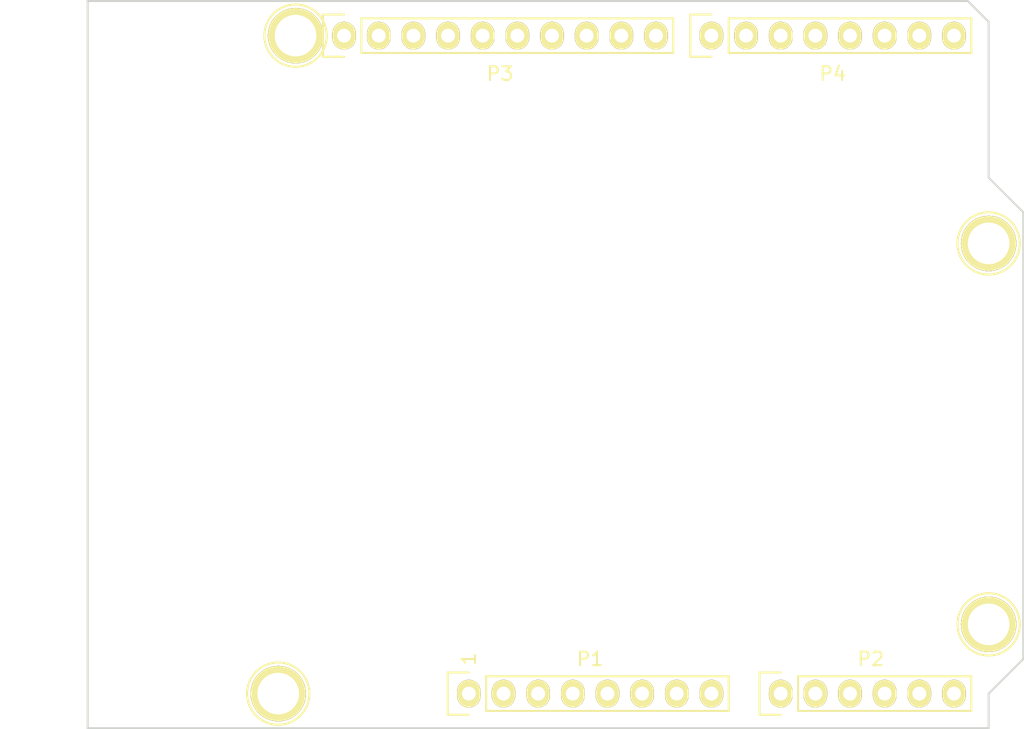
<source format=kicad_pcb>
(kicad_pcb (version 20221018) (generator pcbnew)
  (title_block (date "lun. 30 mars 2015"))
  (layers (0 "F.Cu" signal) (31 "B.Cu" signal) (34 "B.Paste" user) (35 "F.Paste" user) (36 "B.SilkS" user "B.Silkscreen") (37 "F.SilkS" user "F.Silkscreen") (38 "B.Mask" user) (39 "F.Mask" user) (44 "Edge.Cuts" user))
  (net 0 "")
  (net 1 "/IOREF")
  (net 2 "/Reset")
  (net 3 "+5V")
  (net 4 "GND")
  (net 5 "/Vin")
  (net 6 "/A0")
  (net 7 "/A1")
  (net 8 "/A2")
  (net 9 "/A3")
  (net 10 "/AREF")
  (net 11 "/A4(SDA)")
  (net 12 "/A5(SCL)")
  (net 13 "/9(**)")
  (net 14 "/8")
  (net 15 "/7")
  (net 16 "/6(**)")
  (net 17 "/5(**)")
  (net 18 "/4")
  (net 19 "/3(**)")
  (net 20 "/2")
  (net 21 "/1(Tx)")
  (net 22 "/0(Rx)")
  (net 23 "Net-(P5-Pad1)")
  (net 24 "Net-(P6-Pad1)")
  (net 25 "Net-(P7-Pad1)")
  (net 26 "Net-(P8-Pad1)")
  (net 27 "/13(SCK)")
  (net 28 "/10(**/SS)")
  (net 29 "Net-(P1-Pad1)")
  (net 30 "+3V3")
  (net 31 "/12(MISO)")
  (net 32 "/11(**/MOSI)")
  (footprint "Socket_Arduino_Uno:Socket_Strip_Arduino_1x08" (layer "F.Cu") (at 138.938 123.825)
    (fp_text reference "P1" (at 8.89 -2.54) (layer "F.SilkS"))
    (fp_text value "Power")
    (fp_line (start -1.55 -1.55) (end -1.55 1.55) (stroke (width 0.15)) (layer "F.SilkS"))
    (fp_line (start -1.55 1.55) (end 0 1.55) (stroke (width 0.15)) (layer "F.SilkS"))
    (fp_line (start 0 -1.55) (end -1.55 -1.55) (stroke (width 0.15)) (layer "F.SilkS"))
    (fp_line (start 1.27 1.27) (end 1.27 -1.27) (stroke (width 0.15)) (layer "F.SilkS"))
    (fp_line (start 1.27 1.27) (end 19.05 1.27) (stroke (width 0.15)) (layer "F.SilkS"))
    (fp_line (start 19.05 -1.27) (end 1.27 -1.27) (stroke (width 0.15)) (layer "F.SilkS"))
    (fp_line (start 19.05 1.27) (end 19.05 -1.27) (stroke (width 0.15)) (layer "F.SilkS"))
    (pad "1" thru_hole oval locked (at 0 0) (size 1.7272 2.032) (drill 1.016) (layers "*.Cu" "*.Mask" "F.SilkS") (net 29 "Net-(P1-Pad1)"))
    (pad "2" thru_hole oval locked (at 2.54 0) (size 1.7272 2.032) (drill 1.016) (layers "*.Cu" "*.Mask" "F.SilkS") (net 1 "/IOREF"))
    (pad "3" thru_hole oval locked (at 5.08 0) (size 1.7272 2.032) (drill 1.016) (layers "*.Cu" "*.Mask" "F.SilkS") (net 2 "/Reset"))
    (pad "4" thru_hole oval locked (at 7.62 0) (size 1.7272 2.032) (drill 1.016) (layers "*.Cu" "*.Mask" "F.SilkS") (net 30 "+3V3"))
    (pad "5" thru_hole oval locked (at 10.16 0) (size 1.7272 2.032) (drill 1.016) (layers "*.Cu" "*.Mask" "F.SilkS") (net 3 "+5V"))
    (pad "6" thru_hole oval locked (at 12.7 0) (size 1.7272 2.032) (drill 1.016) (layers "*.Cu" "*.Mask" "F.SilkS") (net 4 "GND"))
    (pad "7" thru_hole oval locked (at 15.24 0) (size 1.7272 2.032) (drill 1.016) (layers "*.Cu" "*.Mask" "F.SilkS") (net 4 "GND"))
    (pad "8" thru_hole oval locked (at 17.78 0) (size 1.7272 2.032) (drill 1.016) (layers "*.Cu" "*.Mask" "F.SilkS") (net 5 "/Vin"))
  )
  (footprint "Socket_Arduino_Uno:Socket_Strip_Arduino_1x06" (layer "F.Cu") (at 161.798 123.825)
    (fp_text reference "P2" (at 6.604 -2.54) (layer "F.SilkS"))
    (fp_text value "Analog")
    (fp_line (start -1.55 -1.55) (end -1.55 1.55) (stroke (width 0.15)) (layer "F.SilkS"))
    (fp_line (start -1.55 1.55) (end 0 1.55) (stroke (width 0.15)) (layer "F.SilkS"))
    (fp_line (start 0 -1.55) (end -1.55 -1.55) (stroke (width 0.15)) (layer "F.SilkS"))
    (fp_line (start 1.27 1.27) (end 1.27 -1.27) (stroke (width 0.15)) (layer "F.SilkS"))
    (fp_line (start 1.27 1.27) (end 13.97 1.27) (stroke (width 0.15)) (layer "F.SilkS"))
    (fp_line (start 13.97 -1.27) (end 1.27 -1.27) (stroke (width 0.15)) (layer "F.SilkS"))
    (fp_line (start 13.97 1.27) (end 13.97 -1.27) (stroke (width 0.15)) (layer "F.SilkS"))
    (pad "1" thru_hole oval locked (at 0 0) (size 1.7272 2.032) (drill 1.016) (layers "*.Cu" "*.Mask" "F.SilkS") (net 6 "/A0"))
    (pad "2" thru_hole oval locked (at 2.54 0) (size 1.7272 2.032) (drill 1.016) (layers "*.Cu" "*.Mask" "F.SilkS") (net 7 "/A1"))
    (pad "3" thru_hole oval locked (at 5.08 0) (size 1.7272 2.032) (drill 1.016) (layers "*.Cu" "*.Mask" "F.SilkS") (net 8 "/A2"))
    (pad "4" thru_hole oval locked (at 7.62 0) (size 1.7272 2.032) (drill 1.016) (layers "*.Cu" "*.Mask" "F.SilkS") (net 9 "/A3"))
    (pad "5" thru_hole oval locked (at 10.16 0) (size 1.7272 2.032) (drill 1.016) (layers "*.Cu" "*.Mask" "F.SilkS") (net 11 "/A4(SDA)"))
    (pad "6" thru_hole oval locked (at 12.7 0) (size 1.7272 2.032) (drill 1.016) (layers "*.Cu" "*.Mask" "F.SilkS") (net 12 "/A5(SCL)"))
  )
  (footprint "Socket_Arduino_Uno:Socket_Strip_Arduino_1x10" (layer "F.Cu") (at 129.794 75.565)
    (fp_text reference "P3" (at 11.43 2.794) (layer "F.SilkS"))
    (fp_text value "Digital")
    (fp_line (start -1.55 -1.55) (end -1.55 1.55) (stroke (width 0.15)) (layer "F.SilkS"))
    (fp_line (start -1.55 1.55) (end 0 1.55) (stroke (width 0.15)) (layer "F.SilkS"))
    (fp_line (start 0 -1.55) (end -1.55 -1.55) (stroke (width 0.15)) (layer "F.SilkS"))
    (fp_line (start 1.27 1.27) (end 1.27 -1.27) (stroke (width 0.15)) (layer "F.SilkS"))
    (fp_line (start 1.27 1.27) (end 24.13 1.27) (stroke (width 0.15)) (layer "F.SilkS"))
    (fp_line (start 24.13 -1.27) (end 1.27 -1.27) (stroke (width 0.15)) (layer "F.SilkS"))
    (fp_line (start 24.13 1.27) (end 24.13 -1.27) (stroke (width 0.15)) (layer "F.SilkS"))
    (pad "1" thru_hole oval locked (at 0 0) (size 1.7272 2.032) (drill 1.016) (layers "*.Cu" "*.Mask" "F.SilkS") (net 12 "/A5(SCL)"))
    (pad "2" thru_hole oval locked (at 2.54 0) (size 1.7272 2.032) (drill 1.016) (layers "*.Cu" "*.Mask" "F.SilkS") (net 11 "/A4(SDA)"))
    (pad "3" thru_hole oval locked (at 5.08 0) (size 1.7272 2.032) (drill 1.016) (layers "*.Cu" "*.Mask" "F.SilkS") (net 10 "/AREF"))
    (pad "4" thru_hole oval locked (at 7.62 0) (size 1.7272 2.032) (drill 1.016) (layers "*.Cu" "*.Mask" "F.SilkS") (net 4 "GND"))
    (pad "5" thru_hole oval locked (at 10.16 0) (size 1.7272 2.032) (drill 1.016) (layers "*.Cu" "*.Mask" "F.SilkS") (net 27 "/13(SCK)"))
    (pad "6" thru_hole oval locked (at 12.7 0) (size 1.7272 2.032) (drill 1.016) (layers "*.Cu" "*.Mask" "F.SilkS") (net 31 "/12(MISO)"))
    (pad "7" thru_hole oval locked (at 15.24 0) (size 1.7272 2.032) (drill 1.016) (layers "*.Cu" "*.Mask" "F.SilkS") (net 32 "/11(**/MOSI)"))
    (pad "8" thru_hole oval locked (at 17.78 0) (size 1.7272 2.032) (drill 1.016) (layers "*.Cu" "*.Mask" "F.SilkS") (net 28 "/10(**/SS)"))
    (pad "9" thru_hole oval locked (at 20.32 0) (size 1.7272 2.032) (drill 1.016) (layers "*.Cu" "*.Mask" "F.SilkS") (net 13 "/9(**)"))
    (pad "10" thru_hole oval locked (at 22.86 0) (size 1.7272 2.032) (drill 1.016) (layers "*.Cu" "*.Mask" "F.SilkS") (net 14 "/8"))
  )
  (footprint "Socket_Arduino_Uno:Socket_Strip_Arduino_1x08" (layer "F.Cu") (at 156.718 75.565)
    (fp_text reference "P4" (at 8.89 2.794) (layer "F.SilkS"))
    (fp_text value "Digital")
    (fp_line (start -1.55 -1.55) (end -1.55 1.55) (stroke (width 0.15)) (layer "F.SilkS"))
    (fp_line (start -1.55 1.55) (end 0 1.55) (stroke (width 0.15)) (layer "F.SilkS"))
    (fp_line (start 0 -1.55) (end -1.55 -1.55) (stroke (width 0.15)) (layer "F.SilkS"))
    (fp_line (start 1.27 1.27) (end 1.27 -1.27) (stroke (width 0.15)) (layer "F.SilkS"))
    (fp_line (start 1.27 1.27) (end 19.05 1.27) (stroke (width 0.15)) (layer "F.SilkS"))
    (fp_line (start 19.05 -1.27) (end 1.27 -1.27) (stroke (width 0.15)) (layer "F.SilkS"))
    (fp_line (start 19.05 1.27) (end 19.05 -1.27) (stroke (width 0.15)) (layer "F.SilkS"))
    (pad "1" thru_hole oval locked (at 0 0) (size 1.7272 2.032) (drill 1.016) (layers "*.Cu" "*.Mask" "F.SilkS") (net 15 "/7"))
    (pad "2" thru_hole oval locked (at 2.54 0) (size 1.7272 2.032) (drill 1.016) (layers "*.Cu" "*.Mask" "F.SilkS") (net 16 "/6(**)"))
    (pad "3" thru_hole oval locked (at 5.08 0) (size 1.7272 2.032) (drill 1.016) (layers "*.Cu" "*.Mask" "F.SilkS") (net 17 "/5(**)"))
    (pad "4" thru_hole oval locked (at 7.62 0) (size 1.7272 2.032) (drill 1.016) (layers "*.Cu" "*.Mask" "F.SilkS") (net 18 "/4"))
    (pad "5" thru_hole oval locked (at 10.16 0) (size 1.7272 2.032) (drill 1.016) (layers "*.Cu" "*.Mask" "F.SilkS") (net 19 "/3(**)"))
    (pad "6" thru_hole oval locked (at 12.7 0) (size 1.7272 2.032) (drill 1.016) (layers "*.Cu" "*.Mask" "F.SilkS") (net 20 "/2"))
    (pad "7" thru_hole oval locked (at 15.24 0) (size 1.7272 2.032) (drill 1.016) (layers "*.Cu" "*.Mask" "F.SilkS") (net 21 "/1(Tx)"))
    (pad "8" thru_hole oval locked (at 17.78 0) (size 1.7272 2.032) (drill 1.016) (layers "*.Cu" "*.Mask" "F.SilkS") (net 22 "/0(Rx)"))
  )
  (footprint "Socket_Arduino_Uno:Arduino_1pin" (layer "F.Cu") (at 124.968 123.825)
    (fp_text reference "P5" hide)
    (fp_text value "CONN_1" hide)
    (fp_circle (center 0 0) (end 0 -2.286) (stroke (width 0.15)) (fill none) (layer "F.SilkS"))
    (pad "1" thru_hole circle locked (at 0 0) (size 4.064 4.064) (drill 3.048) (layers "*.Cu" "*.Mask" "F.SilkS") (net 23 "Net-(P5-Pad1)"))
  )
  (footprint "Socket_Arduino_Uno:Arduino_1pin" (layer "F.Cu") (at 177.038 118.745)
    (fp_text reference "P6" hide)
    (fp_text value "CONN_1" hide)
    (fp_circle (center 0 0) (end 0 -2.286) (stroke (width 0.15)) (fill none) (layer "F.SilkS"))
    (pad "1" thru_hole circle locked (at 0 0) (size 4.064 4.064) (drill 3.048) (layers "*.Cu" "*.Mask" "F.SilkS") (net 24 "Net-(P6-Pad1)"))
  )
  (footprint "Socket_Arduino_Uno:Arduino_1pin" (layer "F.Cu") (at 126.238 75.565)
    (fp_text reference "P7" hide)
    (fp_text value "CONN_1" hide)
    (fp_circle (center 0 0) (end 0 -2.286) (stroke (width 0.15)) (fill none) (layer "F.SilkS"))
    (pad "1" thru_hole circle locked (at 0 0) (size 4.064 4.064) (drill 3.048) (layers "*.Cu" "*.Mask" "F.SilkS") (net 25 "Net-(P7-Pad1)"))
  )
  (footprint "Socket_Arduino_Uno:Arduino_1pin" (layer "F.Cu") (at 177.038 90.805)
    (fp_text reference "P8" hide)
    (fp_text value "CONN_1" hide)
    (fp_circle (center 0 0) (end 0 -2.286) (stroke (width 0.15)) (fill none) (layer "F.SilkS"))
    (pad "1" thru_hole circle locked (at 0 0) (size 4.064 4.064) (drill 3.048) (layers "*.Cu" "*.Mask" "F.SilkS") (net 26 "Net-(P8-Pad1)"))
  )
  (gr_line (start 110.998 73.025) (end 110.998 126.365) (stroke (width 0.15)) (layer "Edge.Cuts"))
  (gr_line (start 179.578 121.285) (end 179.578 88.519) (stroke (width 0.15)) (layer "Edge.Cuts"))
  (gr_line (start 177.038 85.979) (end 177.038 74.549) (stroke (width 0.15)) (layer "Edge.Cuts"))
  (gr_line (start 177.038 126.365) (end 177.038 123.825) (stroke (width 0.15)) (layer "Edge.Cuts"))
  (gr_line (start 179.578 88.519) (end 177.038 85.979) (stroke (width 0.15)) (layer "Edge.Cuts"))
  (gr_line (start 177.038 74.549) (end 175.514 73.025) (stroke (width 0.15)) (layer "Edge.Cuts"))
  (gr_line (start 110.998 126.365) (end 177.038 126.365) (stroke (width 0.15)) (layer "Edge.Cuts"))
  (gr_line (start 175.514 73.025) (end 110.998 73.025) (stroke (width 0.15)) (layer "Edge.Cuts"))
  (gr_line (start 177.038 123.825) (end 179.578 121.285) (stroke (width 0.15)) (layer "Edge.Cuts"))
  (gr_text "1" (at 138.938 121.285 90) (layer "F.SilkS") (effects (font (size 1 1))))
)
</source>
